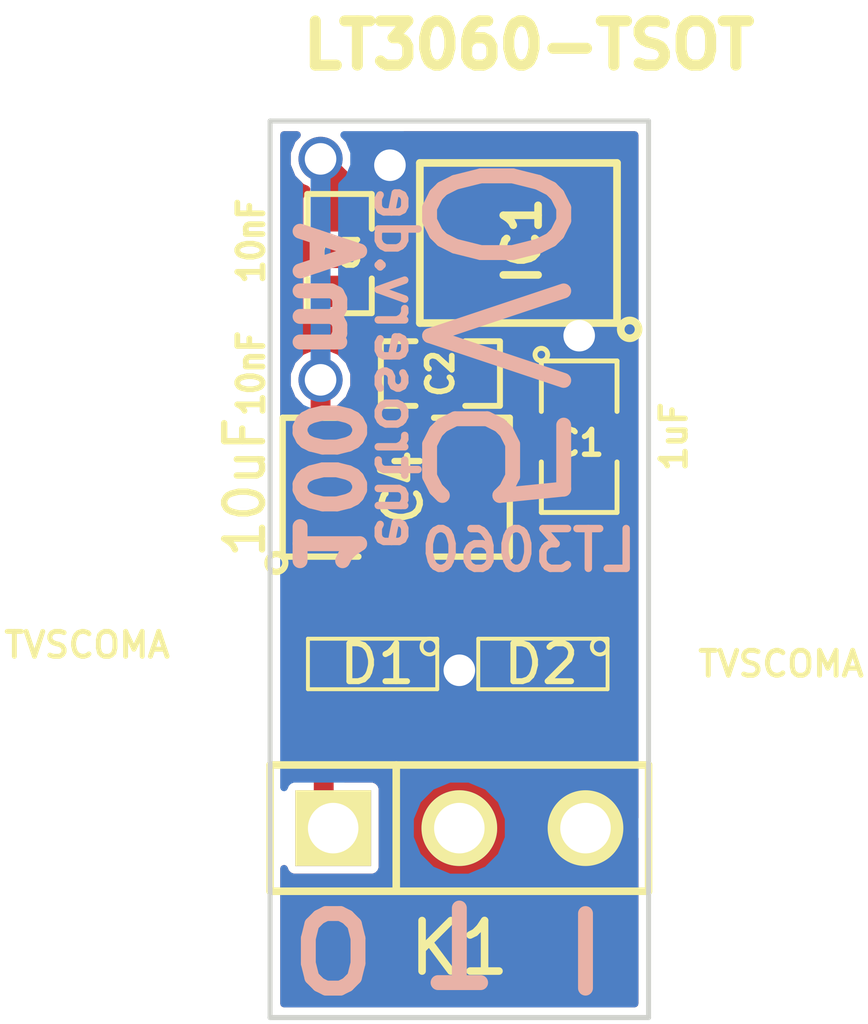
<source format=kicad_pcb>
(kicad_pcb (version 3) (host pcbnew "(2013-07-07 BZR 4022)-stable")

  (general
    (links 19)
    (no_connects 0)
    (area 47.507548 47.0011 65.776452 68.9372)
    (thickness 1.6)
    (drawings 12)
    (tracks 31)
    (zones 0)
    (modules 8)
    (nets 7)
  )

  (page A3)
  (layers
    (15 F.Cu signal)
    (0 B.Cu signal)
    (16 B.Adhes user)
    (17 F.Adhes user)
    (18 B.Paste user)
    (19 F.Paste user)
    (20 B.SilkS user)
    (21 F.SilkS user)
    (22 B.Mask user)
    (23 F.Mask user)
    (24 Dwgs.User user)
    (25 Cmts.User user)
    (26 Eco1.User user)
    (27 Eco2.User user)
    (28 Edge.Cuts user)
  )

  (setup
    (last_trace_width 0.4)
    (trace_clearance 0.154)
    (zone_clearance 0.154)
    (zone_45_only no)
    (trace_min 0.254)
    (segment_width 0.2)
    (edge_width 0.1)
    (via_size 0.889)
    (via_drill 0.635)
    (via_min_size 0.889)
    (via_min_drill 0.508)
    (uvia_size 0.508)
    (uvia_drill 0.127)
    (uvias_allowed no)
    (uvia_min_size 0.508)
    (uvia_min_drill 0.127)
    (pcb_text_width 0.3)
    (pcb_text_size 1.5 1.5)
    (mod_edge_width 0.154)
    (mod_text_size 1 1)
    (mod_text_width 0.15)
    (pad_size 1.5 1.5)
    (pad_drill 0.6)
    (pad_to_mask_clearance 0)
    (aux_axis_origin 0 0)
    (visible_elements 7FFFFFFF)
    (pcbplotparams
      (layerselection 284196865)
      (usegerberextensions true)
      (excludeedgelayer true)
      (linewidth 0.150000)
      (plotframeref false)
      (viasonmask false)
      (mode 1)
      (useauxorigin false)
      (hpglpennumber 1)
      (hpglpenspeed 20)
      (hpglpendiameter 15)
      (hpglpenoverlay 2)
      (psnegative false)
      (psa4output false)
      (plotreference true)
      (plotvalue true)
      (plotothertext true)
      (plotinvisibletext false)
      (padsonsilk false)
      (subtractmaskfromsilk false)
      (outputformat 1)
      (mirror false)
      (drillshape 0)
      (scaleselection 1)
      (outputdirectory ""))
  )

  (net 0 "")
  (net 1 /Vin)
  (net 2 /Vout)
  (net 3 GND)
  (net 4 N-000001)
  (net 5 N-000002)
  (net 6 N-000004)

  (net_class Default "Dies ist die voreingestellte Netzklasse."
    (clearance 0.154)
    (trace_width 0.4)
    (via_dia 0.889)
    (via_drill 0.635)
    (uvia_dia 0.508)
    (uvia_drill 0.127)
    (add_net "")
    (add_net /Vin)
    (add_net /Vout)
    (add_net GND)
    (add_net N-000001)
    (add_net N-000002)
    (add_net N-000004)
  )

  (module SM1210 (layer F.Cu) (tedit 53DE8A50) (tstamp 53DC3E22)
    (at 55.88 56.642)
    (tags "CMS SM")
    (path /53DBB648)
    (attr smd)
    (fp_text reference C4 (at 0.127 0 90) (layer F.SilkS)
      (effects (font (size 0.762 0.762) (thickness 0.127)))
    )
    (fp_text value 10uF (at -3.048 0 90) (layer F.SilkS)
      (effects (font (size 0.762 0.762) (thickness 0.127)))
    )
    (fp_circle (center -2.413 1.524) (end -2.286 1.397) (layer F.SilkS) (width 0.127))
    (fp_line (start -0.762 -1.397) (end -2.286 -1.397) (layer F.SilkS) (width 0.127))
    (fp_line (start -2.286 -1.397) (end -2.286 1.397) (layer F.SilkS) (width 0.127))
    (fp_line (start -2.286 1.397) (end -0.762 1.397) (layer F.SilkS) (width 0.127))
    (fp_line (start 0.762 1.397) (end 2.286 1.397) (layer F.SilkS) (width 0.127))
    (fp_line (start 2.286 1.397) (end 2.286 -1.397) (layer F.SilkS) (width 0.127))
    (fp_line (start 2.286 -1.397) (end 0.762 -1.397) (layer F.SilkS) (width 0.127))
    (pad 1 smd rect (at -1.524 0) (size 1.27 2.54)
      (layers F.Cu F.Paste F.Mask)
      (net 2 /Vout)
    )
    (pad 2 smd rect (at 1.524 0) (size 1.27 2.54)
      (layers F.Cu F.Paste F.Mask)
      (net 3 GND)
    )
    (model smd/chip_cms.wrl
      (at (xyz 0 0 0))
      (scale (xyz 0.17 0.2 0.17))
      (rotate (xyz 0 0 0))
    )
  )

  (module SM0805 (layer F.Cu) (tedit 53DE8A44) (tstamp 53DC3E2F)
    (at 59.563 55.626 270)
    (path /53DBB64E)
    (attr smd)
    (fp_text reference C1 (at 0.127 0 360) (layer F.SilkS)
      (effects (font (size 0.50038 0.50038) (thickness 0.10922)))
    )
    (fp_text value 1uF (at 0 -1.905 270) (layer F.SilkS)
      (effects (font (size 0.50038 0.50038) (thickness 0.10922)))
    )
    (fp_circle (center -1.651 0.762) (end -1.651 0.635) (layer F.SilkS) (width 0.09906))
    (fp_line (start -0.508 0.762) (end -1.524 0.762) (layer F.SilkS) (width 0.09906))
    (fp_line (start -1.524 0.762) (end -1.524 -0.762) (layer F.SilkS) (width 0.09906))
    (fp_line (start -1.524 -0.762) (end -0.508 -0.762) (layer F.SilkS) (width 0.09906))
    (fp_line (start 0.508 -0.762) (end 1.524 -0.762) (layer F.SilkS) (width 0.09906))
    (fp_line (start 1.524 -0.762) (end 1.524 0.762) (layer F.SilkS) (width 0.09906))
    (fp_line (start 1.524 0.762) (end 0.508 0.762) (layer F.SilkS) (width 0.09906))
    (pad 1 smd rect (at -0.9525 0 270) (size 0.889 1.397)
      (layers F.Cu F.Paste F.Mask)
      (net 1 /Vin)
    )
    (pad 2 smd rect (at 0.9525 0 270) (size 0.889 1.397)
      (layers F.Cu F.Paste F.Mask)
      (net 3 GND)
    )
    (model smd/chip_cms.wrl
      (at (xyz 0 0 0))
      (scale (xyz 0.1 0.1 0.1))
      (rotate (xyz 0 0 0))
    )
  )

  (module SM0603_Capa (layer F.Cu) (tedit 53DE8A55) (tstamp 53DC3E3B)
    (at 56.769 54.356)
    (path /53DBB623)
    (attr smd)
    (fp_text reference C2 (at 0 0 90) (layer F.SilkS)
      (effects (font (size 0.508 0.4572) (thickness 0.1143)))
    )
    (fp_text value 10nF (at -3.81 0 90) (layer F.SilkS)
      (effects (font (size 0.508 0.4572) (thickness 0.1143)))
    )
    (fp_line (start 0.50038 0.65024) (end 1.19888 0.65024) (layer F.SilkS) (width 0.11938))
    (fp_line (start -0.50038 0.65024) (end -1.19888 0.65024) (layer F.SilkS) (width 0.11938))
    (fp_line (start 0.50038 -0.65024) (end 1.19888 -0.65024) (layer F.SilkS) (width 0.11938))
    (fp_line (start -1.19888 -0.65024) (end -0.50038 -0.65024) (layer F.SilkS) (width 0.11938))
    (fp_line (start 1.19888 -0.635) (end 1.19888 0.635) (layer F.SilkS) (width 0.11938))
    (fp_line (start -1.19888 0.635) (end -1.19888 -0.635) (layer F.SilkS) (width 0.11938))
    (pad 1 smd rect (at -0.762 0) (size 0.635 1.143)
      (layers F.Cu F.Paste F.Mask)
      (net 4 N-000001)
    )
    (pad 2 smd rect (at 0.762 0) (size 0.635 1.143)
      (layers F.Cu F.Paste F.Mask)
      (net 3 GND)
    )
    (model smd\capacitors\C0603.wrl
      (at (xyz 0 0 0.001))
      (scale (xyz 0.5 0.5 0.5))
      (rotate (xyz 0 0 0))
    )
  )

  (module SM0603_Capa (layer F.Cu) (tedit 53DE8A60) (tstamp 53DC3E47)
    (at 54.737 51.943 270)
    (path /53DBB63F)
    (attr smd)
    (fp_text reference C3 (at 0 0 360) (layer F.SilkS)
      (effects (font (size 0.508 0.4572) (thickness 0.1143)))
    )
    (fp_text value 10nF (at -0.254 1.778 270) (layer F.SilkS)
      (effects (font (size 0.508 0.4572) (thickness 0.1143)))
    )
    (fp_line (start 0.50038 0.65024) (end 1.19888 0.65024) (layer F.SilkS) (width 0.11938))
    (fp_line (start -0.50038 0.65024) (end -1.19888 0.65024) (layer F.SilkS) (width 0.11938))
    (fp_line (start 0.50038 -0.65024) (end 1.19888 -0.65024) (layer F.SilkS) (width 0.11938))
    (fp_line (start -1.19888 -0.65024) (end -0.50038 -0.65024) (layer F.SilkS) (width 0.11938))
    (fp_line (start 1.19888 -0.635) (end 1.19888 0.635) (layer F.SilkS) (width 0.11938))
    (fp_line (start -1.19888 0.635) (end -1.19888 -0.635) (layer F.SilkS) (width 0.11938))
    (pad 1 smd rect (at -0.762 0 270) (size 0.635 1.143)
      (layers F.Cu F.Paste F.Mask)
      (net 2 /Vout)
    )
    (pad 2 smd rect (at 0.762 0 270) (size 0.635 1.143)
      (layers F.Cu F.Paste F.Mask)
      (net 5 N-000002)
    )
    (model smd\capacitors\C0603.wrl
      (at (xyz 0 0 0.001))
      (scale (xyz 0.5 0.5 0.5))
      (rotate (xyz 0 0 0))
    )
  )

  (module PIN_ARRAY_3X1 (layer F.Cu) (tedit 53DE8DD2) (tstamp 53DC3E53)
    (at 57.15 63.5)
    (descr "Connecteur 3 pins")
    (tags "CONN DEV")
    (path /53DBB569)
    (fp_text reference K1 (at 0 2.413) (layer F.SilkS)
      (effects (font (size 1.016 1.016) (thickness 0.1524)))
    )
    (fp_text value CONN_3 (at 0.127 4.699) (layer F.SilkS) hide
      (effects (font (size 1.016 1.016) (thickness 0.1524)))
    )
    (fp_line (start -3.81 1.27) (end -3.81 -1.27) (layer F.SilkS) (width 0.1524))
    (fp_line (start -3.81 -1.27) (end 3.81 -1.27) (layer F.SilkS) (width 0.1524))
    (fp_line (start 3.81 -1.27) (end 3.81 1.27) (layer F.SilkS) (width 0.1524))
    (fp_line (start 3.81 1.27) (end -3.81 1.27) (layer F.SilkS) (width 0.1524))
    (fp_line (start -1.27 -1.27) (end -1.27 1.27) (layer F.SilkS) (width 0.1524))
    (pad 1 thru_hole rect (at -2.54 0) (size 1.524 1.524) (drill 1.016)
      (layers *.Cu *.Mask F.SilkS)
      (net 2 /Vout)
    )
    (pad 2 thru_hole circle (at 0 0) (size 1.524 1.524) (drill 1.016)
      (layers *.Cu *.Mask F.SilkS)
      (net 3 GND)
    )
    (pad 3 thru_hole circle (at 2.54 0) (size 1.524 1.524) (drill 1.016)
      (layers *.Cu *.Mask F.SilkS)
      (net 1 /Vin)
    )
    (model pin_array/pins_array_3x1.wrl
      (at (xyz 0 0 0))
      (scale (xyz 1 1 1))
      (rotate (xyz 0 0 0))
    )
  )

  (module tsot23-8 (layer F.Cu) (tedit 53DE8A36) (tstamp 53DE8AC1)
    (at 59.69 52.705 90)
    (path /53DBE0F4)
    (fp_text reference IC1 (at 1.016 -1.27 90) (layer F.SilkS)
      (effects (font (size 0.7 0.7) (thickness 0.154)))
    )
    (fp_text value LT3060-TSOT (at 4.953 -1.143 360) (layer F.SilkS)
      (effects (font (size 0.889 0.889) (thickness 0.3048)))
    )
    (fp_circle (center -0.762 0.889) (end -0.635 1.016) (layer F.SilkS) (width 0.154))
    (fp_line (start -0.635 0.635) (end 2.58572 0.635) (layer F.SilkS) (width 0.154))
    (fp_line (start 2.58572 0.635) (end 2.58572 -3.33502) (layer F.SilkS) (width 0.154))
    (fp_line (start 2.58572 -3.33502) (end -0.635 -3.33502) (layer F.SilkS) (width 0.154))
    (fp_line (start -0.635 -3.33502) (end -0.635 0.635) (layer F.SilkS) (width 0.154))
    (pad 1 smd rect (at 0 0 90) (size 0.40132 1.3208)
      (layers F.Cu F.Paste F.Mask)
      (net 1 /Vin)
    )
    (pad 2 smd rect (at 0.65024 0 90) (size 0.40132 1.3208)
      (layers F.Cu F.Paste F.Mask)
      (net 3 GND)
    )
    (pad 3 smd rect (at 1.30048 0 90) (size 0.40132 1.3208)
      (layers F.Cu F.Paste F.Mask)
      (net 3 GND)
    )
    (pad 4 smd rect (at 1.95072 0 90) (size 0.40132 1.3208)
      (layers F.Cu F.Paste F.Mask)
      (net 3 GND)
    )
    (pad 5 smd rect (at 1.95072 -2.70002 270) (size 0.40132 1.3208)
      (layers F.Cu F.Paste F.Mask)
      (net 1 /Vin)
    )
    (pad 6 smd rect (at 1.30048 -2.70002 270) (size 0.40132 1.3208)
      (layers F.Cu F.Paste F.Mask)
      (net 2 /Vout)
    )
    (pad 7 smd rect (at 0.65024 -2.70002 270) (size 0.40132 1.3208)
      (layers F.Cu F.Paste F.Mask)
      (net 5 N-000002)
    )
    (pad 8 smd rect (at 0 -2.70002 270) (size 0.40132 1.3208)
      (layers F.Cu F.Paste F.Mask)
      (net 4 N-000001)
    )
  )

  (module SOT23 (layer F.Cu) (tedit 53FE80D9) (tstamp 53FE7FB9)
    (at 58.801 60.198 180)
    (tags SOT23)
    (path /53FE54F9)
    (fp_text reference D2 (at 0 0 180) (layer F.SilkS)
      (effects (font (size 0.762 0.762) (thickness 0.11938)))
    )
    (fp_text value TVSCOMA (at -4.826 0 180) (layer F.SilkS)
      (effects (font (size 0.50038 0.50038) (thickness 0.09906)))
    )
    (fp_circle (center -1.17602 0.35052) (end -1.30048 0.44958) (layer F.SilkS) (width 0.07874))
    (fp_line (start 1.27 -0.508) (end 1.27 0.508) (layer F.SilkS) (width 0.07874))
    (fp_line (start -1.3335 -0.508) (end -1.3335 0.508) (layer F.SilkS) (width 0.07874))
    (fp_line (start 1.27 0.508) (end -1.3335 0.508) (layer F.SilkS) (width 0.07874))
    (fp_line (start -1.3335 -0.508) (end 1.27 -0.508) (layer F.SilkS) (width 0.07874))
    (pad 3 smd rect (at 0 -1.09982 180) (size 0.8001 1.00076)
      (layers F.Cu F.Paste F.Mask)
      (net 6 N-000004)
    )
    (pad 2 smd rect (at 0.9525 1.09982 180) (size 0.8001 1.00076)
      (layers F.Cu F.Paste F.Mask)
      (net 3 GND)
    )
    (pad 1 smd rect (at -0.9525 1.09982 180) (size 0.8001 1.00076)
      (layers F.Cu F.Paste F.Mask)
      (net 3 GND)
    )
    (model smd\SOT23_3.wrl
      (at (xyz 0 0 0))
      (scale (xyz 0.4 0.4 0.4))
      (rotate (xyz 0 0 180))
    )
  )

  (module SOT23 (layer F.Cu) (tedit 53FE80D1) (tstamp 53FE7FC6)
    (at 55.372 60.198 180)
    (tags SOT23)
    (path /53FE53A3)
    (fp_text reference D1 (at -0.127 0 180) (layer F.SilkS)
      (effects (font (size 0.762 0.762) (thickness 0.11938)))
    )
    (fp_text value TVSCOMA (at 5.715 0.381 180) (layer F.SilkS)
      (effects (font (size 0.50038 0.50038) (thickness 0.09906)))
    )
    (fp_circle (center -1.17602 0.35052) (end -1.30048 0.44958) (layer F.SilkS) (width 0.07874))
    (fp_line (start 1.27 -0.508) (end 1.27 0.508) (layer F.SilkS) (width 0.07874))
    (fp_line (start -1.3335 -0.508) (end -1.3335 0.508) (layer F.SilkS) (width 0.07874))
    (fp_line (start 1.27 0.508) (end -1.3335 0.508) (layer F.SilkS) (width 0.07874))
    (fp_line (start -1.3335 -0.508) (end 1.27 -0.508) (layer F.SilkS) (width 0.07874))
    (pad 3 smd rect (at 0 -1.09982 180) (size 0.8001 1.00076)
      (layers F.Cu F.Paste F.Mask)
      (net 6 N-000004)
    )
    (pad 2 smd rect (at 0.9525 1.09982 180) (size 0.8001 1.00076)
      (layers F.Cu F.Paste F.Mask)
      (net 2 /Vout)
    )
    (pad 1 smd rect (at -0.9525 1.09982 180) (size 0.8001 1.00076)
      (layers F.Cu F.Paste F.Mask)
      (net 1 /Vin)
    )
    (model smd\SOT23_3.wrl
      (at (xyz 0 0 0))
      (scale (xyz 0.4 0.4 0.4))
      (rotate (xyz 0 0 180))
    )
  )

  (gr_line (start 53.34 67.31) (end 53.34 49.276) (angle 90) (layer Edge.Cuts) (width 0.1))
  (gr_line (start 60.96 67.31) (end 53.34 67.31) (angle 90) (layer Edge.Cuts) (width 0.1))
  (gr_line (start 60.96 49.276) (end 60.96 67.31) (angle 90) (layer Edge.Cuts) (width 0.1))
  (gr_text I (at 59.69 66.04) (layer B.SilkS)
    (effects (font (size 1.5 1.5) (thickness 0.3)) (justify mirror))
  )
  (gr_text T (at 57.15 65.786 180) (layer B.SilkS)
    (effects (font (size 1.5 1.5) (thickness 0.3)) (justify mirror))
  )
  (gr_text O (at 54.61 66.04) (layer B.SilkS)
    (effects (font (size 1.5 1.5) (thickness 0.3)) (justify mirror))
  )
  (gr_text entroserv.de (at 55.88 54.229 270) (layer B.SilkS)
    (effects (font (size 0.8 0.8) (thickness 0.15)) (justify mirror))
  )
  (gr_text LT3060 (at 58.547 57.912) (layer B.SilkS)
    (effects (font (size 0.8 0.8) (thickness 0.15)) (justify mirror))
  )
  (gr_text "100 mA" (at 54.483 54.864 270) (layer B.SilkS)
    (effects (font (size 1.2 1.2) (thickness 0.3)) (justify mirror))
  )
  (gr_line (start 60.96 67.31) (end 53.34 67.31) (angle 90) (layer Edge.Cuts) (width 0.1))
  (gr_line (start 53.34 49.276) (end 60.96 49.276) (angle 90) (layer Edge.Cuts) (width 0.1))
  (gr_text 5V0 (at 57.785 53.594 270) (layer B.SilkS)
    (effects (font (size 2.7 2.7) (thickness 0.3)) (justify mirror))
  )

  (segment (start 56.3245 59.09818) (end 56.3245 59.4995) (width 0.4) (layer F.Cu) (net 1))
  (segment (start 57.15 60.325) (end 57.277 60.325) (width 0.4) (layer B.Cu) (net 1) (tstamp 53FE809C))
  (via (at 57.15 60.325) (size 0.889) (layers F.Cu B.Cu) (net 1))
  (segment (start 56.3245 59.4995) (end 57.15 60.325) (width 0.4) (layer F.Cu) (net 1) (tstamp 53FE8095))
  (segment (start 56.98998 50.75428) (end 56.34228 50.75428) (width 0.4) (layer F.Cu) (net 1))
  (via (at 55.753 50.165) (size 0.889) (layers F.Cu B.Cu) (net 1))
  (segment (start 56.34228 50.75428) (end 55.753 50.165) (width 0.4) (layer F.Cu) (net 1) (tstamp 53DE81FC))
  (segment (start 59.563 53.594) (end 59.563 52.832) (width 0.4) (layer F.Cu) (net 1))
  (via (at 59.563 53.594) (size 0.889) (layers F.Cu B.Cu) (net 1))
  (segment (start 59.563 54.6735) (end 59.563 53.594) (width 0.4) (layer F.Cu) (net 1))
  (segment (start 59.563 52.832) (end 59.69 52.705) (width 0.4) (layer F.Cu) (net 1) (tstamp 53DE861F))
  (segment (start 54.4195 59.09818) (end 54.4195 63.3095) (width 0.4) (layer F.Cu) (net 2))
  (segment (start 54.4195 63.3095) (end 54.61 63.5) (width 0.4) (layer F.Cu) (net 2) (tstamp 53FE8092))
  (segment (start 54.356 56.642) (end 54.356 59.03468) (width 0.4) (layer F.Cu) (net 2))
  (segment (start 54.356 59.03468) (end 54.4195 59.09818) (width 0.4) (layer F.Cu) (net 2) (tstamp 53FE808F))
  (segment (start 54.356 56.642) (end 54.356 54.483) (width 0.4) (layer F.Cu) (net 2))
  (via (at 54.356 54.483) (size 0.889) (layers F.Cu B.Cu) (net 2))
  (segment (start 54.356 54.483) (end 54.356 50.038) (width 0.4) (layer B.Cu) (net 2) (tstamp 53DE8330))
  (via (at 54.356 50.038) (size 0.889) (layers F.Cu B.Cu) (net 2))
  (segment (start 54.356 50.038) (end 54.737 50.419) (width 0.4) (layer F.Cu) (net 2) (tstamp 53DE8335))
  (segment (start 54.737 50.419) (end 54.737 51.181) (width 0.4) (layer F.Cu) (net 2) (tstamp 53DE8336))
  (segment (start 56.98998 51.40452) (end 55.97652 51.40452) (width 0.4) (layer F.Cu) (net 2))
  (segment (start 55.753 51.181) (end 54.737 51.181) (width 0.4) (layer F.Cu) (net 2) (tstamp 53DE81C5))
  (segment (start 55.97652 51.40452) (end 55.753 51.181) (width 0.4) (layer F.Cu) (net 2) (tstamp 53DE81C2))
  (segment (start 56.007 54.356) (end 56.007 53.086) (width 0.4) (layer F.Cu) (net 4))
  (segment (start 56.388 52.705) (end 56.98998 52.705) (width 0.4) (layer F.Cu) (net 4) (tstamp 53DE8304))
  (segment (start 56.007 53.086) (end 56.388 52.705) (width 0.4) (layer F.Cu) (net 4) (tstamp 53DE8302))
  (segment (start 56.98998 52.05476) (end 56.02224 52.05476) (width 0.4) (layer F.Cu) (net 5))
  (segment (start 55.372 52.705) (end 54.737 52.705) (width 0.4) (layer F.Cu) (net 5) (tstamp 53DE82F9))
  (segment (start 56.02224 52.05476) (end 55.372 52.705) (width 0.4) (layer F.Cu) (net 5) (tstamp 53DE82F6))
  (segment (start 58.801 61.29782) (end 55.372 61.29782) (width 0.4) (layer F.Cu) (net 6))

  (zone (net 3) (net_name GND) (layer F.Cu) (tstamp 53FE39FD) (hatch edge 0.508)
    (connect_pads yes (clearance 0.154))
    (min_thickness 0.154)
    (fill (arc_segments 16) (thermal_gap 0.508) (thermal_bridge_width 0.508))
    (polygon
      (pts
        (xy 60.96 67.31) (xy 53.34 67.31) (xy 53.34 49.276) (xy 60.96 49.276)
      )
    )
    (filled_polygon
      (pts
        (xy 60.679 67.029) (xy 53.621 67.029) (xy 53.621 64.317522) (xy 53.652054 64.39268) (xy 53.716979 64.457717)
        (xy 53.80185 64.492959) (xy 53.893747 64.493039) (xy 55.417747 64.493039) (xy 55.50268 64.457946) (xy 55.567717 64.393021)
        (xy 55.602959 64.30815) (xy 55.603039 64.216253) (xy 55.603039 62.692253) (xy 55.567946 62.60732) (xy 55.503021 62.542283)
        (xy 55.41815 62.507041) (xy 55.326253 62.506961) (xy 54.8505 62.506961) (xy 54.8505 61.997891) (xy 54.9258 62.029159)
        (xy 55.017697 62.029239) (xy 55.817797 62.029239) (xy 55.90273 61.994146) (xy 55.967767 61.929221) (xy 56.003009 61.84435)
        (xy 56.003089 61.752453) (xy 56.003089 61.72882) (xy 58.169911 61.72882) (xy 58.169911 61.843947) (xy 58.205004 61.92888)
        (xy 58.269929 61.993917) (xy 58.3548 62.029159) (xy 58.446697 62.029239) (xy 59.246797 62.029239) (xy 59.33173 61.994146)
        (xy 59.396767 61.929221) (xy 59.432009 61.84435) (xy 59.432089 61.752453) (xy 59.432089 60.751693) (xy 59.396996 60.66676)
        (xy 59.332071 60.601723) (xy 59.2472 60.566481) (xy 59.155303 60.566401) (xy 58.355203 60.566401) (xy 58.27027 60.601494)
        (xy 58.205233 60.666419) (xy 58.169991 60.75129) (xy 58.169911 60.843187) (xy 58.169911 60.86682) (xy 57.563369 60.86682)
        (xy 57.722327 60.70814) (xy 57.825383 60.459955) (xy 57.825617 60.191224) (xy 57.722995 59.94286) (xy 57.53314 59.752673)
        (xy 57.284955 59.649617) (xy 57.083967 59.649441) (xy 56.955589 59.521063) (xy 56.955589 58.552053) (xy 56.920496 58.46712)
        (xy 56.855571 58.402083) (xy 56.7707 58.366841) (xy 56.678803 58.366761) (xy 55.878703 58.366761) (xy 55.79377 58.401854)
        (xy 55.728733 58.466779) (xy 55.693491 58.55165) (xy 55.693411 58.643547) (xy 55.693411 59.644307) (xy 55.728504 59.72924)
        (xy 55.793429 59.794277) (xy 55.8783 59.829519) (xy 55.970197 59.829599) (xy 56.045073 59.829599) (xy 56.474556 60.259082)
        (xy 56.474383 60.458776) (xy 56.577005 60.70714) (xy 56.736406 60.86682) (xy 56.003089 60.86682) (xy 56.003089 60.751693)
        (xy 55.967996 60.66676) (xy 55.903071 60.601723) (xy 55.8182 60.566481) (xy 55.726303 60.566401) (xy 54.926203 60.566401)
        (xy 54.8505 60.59768) (xy 54.8505 59.829599) (xy 54.865297 59.829599) (xy 54.95023 59.794506) (xy 55.015267 59.729581)
        (xy 55.050509 59.64471) (xy 55.050589 59.552813) (xy 55.050589 58.552053) (xy 55.015496 58.46712) (xy 54.950571 58.402083)
        (xy 54.8657 58.366841) (xy 54.787 58.366772) (xy 54.787 58.143039) (xy 55.036747 58.143039) (xy 55.12168 58.107946)
        (xy 55.186717 58.043021) (xy 55.221959 57.95815) (xy 55.222039 57.866253) (xy 55.222039 55.326253) (xy 55.186946 55.24132)
        (xy 55.122021 55.176283) (xy 55.03715 55.141041) (xy 54.945253 55.140961) (xy 54.787 55.140961) (xy 54.787 55.00722)
        (xy 54.928327 54.86614) (xy 55.031383 54.617955) (xy 55.031617 54.349224) (xy 54.928995 54.10086) (xy 54.73914 53.910673)
        (xy 54.490955 53.807617) (xy 54.222224 53.807383) (xy 53.97386 53.910005) (xy 53.783673 54.09986) (xy 53.680617 54.348045)
        (xy 53.680383 54.616776) (xy 53.783005 54.86514) (xy 53.925 55.007383) (xy 53.925 55.140961) (xy 53.675253 55.140961)
        (xy 53.621 55.163377) (xy 53.621 49.557) (xy 53.881704 49.557) (xy 53.783673 49.65486) (xy 53.680617 49.903045)
        (xy 53.680383 50.171776) (xy 53.783005 50.42014) (xy 53.97286 50.610327) (xy 54.072842 50.651843) (xy 54.03482 50.667554)
        (xy 53.969783 50.732479) (xy 53.934541 50.81735) (xy 53.934461 50.909247) (xy 53.934461 51.544247) (xy 53.969554 51.62918)
        (xy 54.034479 51.694217) (xy 54.11935 51.729459) (xy 54.211247 51.729539) (xy 55.354247 51.729539) (xy 55.43918 51.694446)
        (xy 55.504217 51.629521) (xy 55.511492 51.612) (xy 55.574474 51.612) (xy 55.671757 51.709283) (xy 55.725083 51.744914)
        (xy 55.717477 51.749997) (xy 55.310971 52.156502) (xy 55.262753 52.156461) (xy 54.119753 52.156461) (xy 54.03482 52.191554)
        (xy 53.969783 52.256479) (xy 53.934541 52.34135) (xy 53.934461 52.433247) (xy 53.934461 53.068247) (xy 53.969554 53.15318)
        (xy 54.034479 53.218217) (xy 54.11935 53.253459) (xy 54.211247 53.253539) (xy 55.354247 53.253539) (xy 55.43918 53.218446)
        (xy 55.504217 53.153521) (xy 55.524051 53.105755) (xy 55.524051 53.105754) (xy 55.536936 53.103192) (xy 55.536937 53.103192)
        (xy 55.578043 53.075725) (xy 55.576 53.086) (xy 55.576 53.581455) (xy 55.55882 53.588554) (xy 55.493783 53.653479)
        (xy 55.458541 53.73835) (xy 55.458461 53.830247) (xy 55.458461 54.973247) (xy 55.493554 55.05818) (xy 55.558479 55.123217)
        (xy 55.64335 55.158459) (xy 55.735247 55.158539) (xy 56.370247 55.158539) (xy 56.45518 55.123446) (xy 56.520217 55.058521)
        (xy 56.555459 54.97365) (xy 56.555539 54.881753) (xy 56.555539 53.738753) (xy 56.520446 53.65382) (xy 56.455521 53.588783)
        (xy 56.438 53.581507) (xy 56.438 53.264526) (xy 56.565827 53.136699) (xy 57.696127 53.136699) (xy 57.78106 53.101606)
        (xy 57.846097 53.036681) (xy 57.881339 52.95181) (xy 57.881419 52.859913) (xy 57.881419 52.458593) (xy 57.848858 52.379789)
        (xy 57.881339 52.30157) (xy 57.881419 52.209673) (xy 57.881419 51.808353) (xy 57.848858 51.729549) (xy 57.881339 51.65133)
        (xy 57.881419 51.559433) (xy 57.881419 51.158113) (xy 57.848858 51.079309) (xy 57.881339 51.00109) (xy 57.881419 50.909193)
        (xy 57.881419 50.507873) (xy 57.846326 50.42294) (xy 57.781401 50.357903) (xy 57.69653 50.322661) (xy 57.604633 50.322581)
        (xy 56.520107 50.322581) (xy 56.428443 50.230917) (xy 56.428617 50.031224) (xy 56.325995 49.78286) (xy 56.13614 49.592673)
        (xy 56.05023 49.557) (xy 60.679 49.557) (xy 60.679 63.29325) (xy 60.581439 63.057134) (xy 60.581439 52.859913)
        (xy 60.581439 52.458593) (xy 60.546346 52.37366) (xy 60.481421 52.308623) (xy 60.39655 52.273381) (xy 60.304653 52.273301)
        (xy 58.983853 52.273301) (xy 58.89892 52.308394) (xy 58.833883 52.373319) (xy 58.798641 52.45819) (xy 58.798561 52.550087)
        (xy 58.798561 52.951407) (xy 58.833654 53.03634) (xy 58.898579 53.101377) (xy 58.98345 53.136619) (xy 59.064972 53.136689)
        (xy 58.990673 53.21086) (xy 58.887617 53.459045) (xy 58.887383 53.727776) (xy 58.990005 53.97614) (xy 59.011787 53.997961)
        (xy 58.818753 53.997961) (xy 58.73382 54.033054) (xy 58.668783 54.097979) (xy 58.633541 54.18285) (xy 58.633461 54.274747)
        (xy 58.633461 55.163747) (xy 58.668554 55.24868) (xy 58.733479 55.313717) (xy 58.81835 55.348959) (xy 58.910247 55.349039)
        (xy 60.307247 55.349039) (xy 60.39218 55.313946) (xy 60.457217 55.249021) (xy 60.492459 55.16415) (xy 60.492539 55.072253)
        (xy 60.492539 54.183253) (xy 60.457446 54.09832) (xy 60.392521 54.033283) (xy 60.30765 53.998041) (xy 60.215753 53.997961)
        (xy 60.114469 53.997961) (xy 60.135327 53.97714) (xy 60.238383 53.728955) (xy 60.238617 53.460224) (xy 60.135995 53.21186)
        (xy 60.060965 53.136699) (xy 60.396147 53.136699) (xy 60.48108 53.101606) (xy 60.546117 53.036681) (xy 60.581359 52.95181)
        (xy 60.581439 52.859913) (xy 60.581439 63.057134) (xy 60.532315 62.938246) (xy 60.253224 62.658666) (xy 59.888386 62.507173)
        (xy 59.493347 62.506828) (xy 59.128246 62.657685) (xy 58.848666 62.936776) (xy 58.697173 63.301614) (xy 58.696828 63.696653)
        (xy 58.847685 64.061754) (xy 59.126776 64.341334) (xy 59.491614 64.492827) (xy 59.886653 64.493172) (xy 60.251754 64.342315)
        (xy 60.531334 64.063224) (xy 60.679 63.707602) (xy 60.679 67.029)
      )
    )
  )
  (zone (net 1) (net_name /Vin) (layer B.Cu) (tstamp 53DE823E) (hatch edge 0.508)
    (connect_pads yes (clearance 0.154))
    (min_thickness 0.154)
    (fill (arc_segments 16) (thermal_gap 0.508) (thermal_bridge_width 0.508))
    (polygon
      (pts
        (xy 60.96 67.31) (xy 53.34 67.31) (xy 53.34 49.276) (xy 60.96 49.276)
      )
    )
    (filled_polygon
      (pts
        (xy 60.679 67.029) (xy 58.143172 67.029) (xy 58.143172 63.303347) (xy 57.992315 62.938246) (xy 57.713224 62.658666)
        (xy 57.348386 62.507173) (xy 56.953347 62.506828) (xy 56.588246 62.657685) (xy 56.308666 62.936776) (xy 56.157173 63.301614)
        (xy 56.156828 63.696653) (xy 56.307685 64.061754) (xy 56.586776 64.341334) (xy 56.951614 64.492827) (xy 57.346653 64.493172)
        (xy 57.711754 64.342315) (xy 57.991334 64.063224) (xy 58.142827 63.698386) (xy 58.143172 63.303347) (xy 58.143172 67.029)
        (xy 53.621 67.029) (xy 53.621 64.317522) (xy 53.652054 64.39268) (xy 53.716979 64.457717) (xy 53.80185 64.492959)
        (xy 53.893747 64.493039) (xy 55.417747 64.493039) (xy 55.50268 64.457946) (xy 55.567717 64.393021) (xy 55.602959 64.30815)
        (xy 55.603039 64.216253) (xy 55.603039 62.692253) (xy 55.567946 62.60732) (xy 55.503021 62.542283) (xy 55.41815 62.507041)
        (xy 55.326253 62.506961) (xy 53.802253 62.506961) (xy 53.71732 62.542054) (xy 53.652283 62.606979) (xy 53.621 62.682315)
        (xy 53.621 49.557) (xy 53.881704 49.557) (xy 53.783673 49.65486) (xy 53.680617 49.903045) (xy 53.680383 50.171776)
        (xy 53.783005 50.42014) (xy 53.925 50.562383) (xy 53.925 53.958779) (xy 53.783673 54.09986) (xy 53.680617 54.348045)
        (xy 53.680383 54.616776) (xy 53.783005 54.86514) (xy 53.97286 55.055327) (xy 54.221045 55.158383) (xy 54.489776 55.158617)
        (xy 54.73814 55.055995) (xy 54.928327 54.86614) (xy 55.031383 54.617955) (xy 55.031617 54.349224) (xy 54.928995 54.10086)
        (xy 54.787 53.958616) (xy 54.787 50.56222) (xy 54.928327 50.42114) (xy 55.031383 50.172955) (xy 55.031617 49.904224)
        (xy 54.928995 49.65586) (xy 54.830307 49.557) (xy 60.679 49.557) (xy 60.679 67.029)
      )
    )
  )
)

</source>
